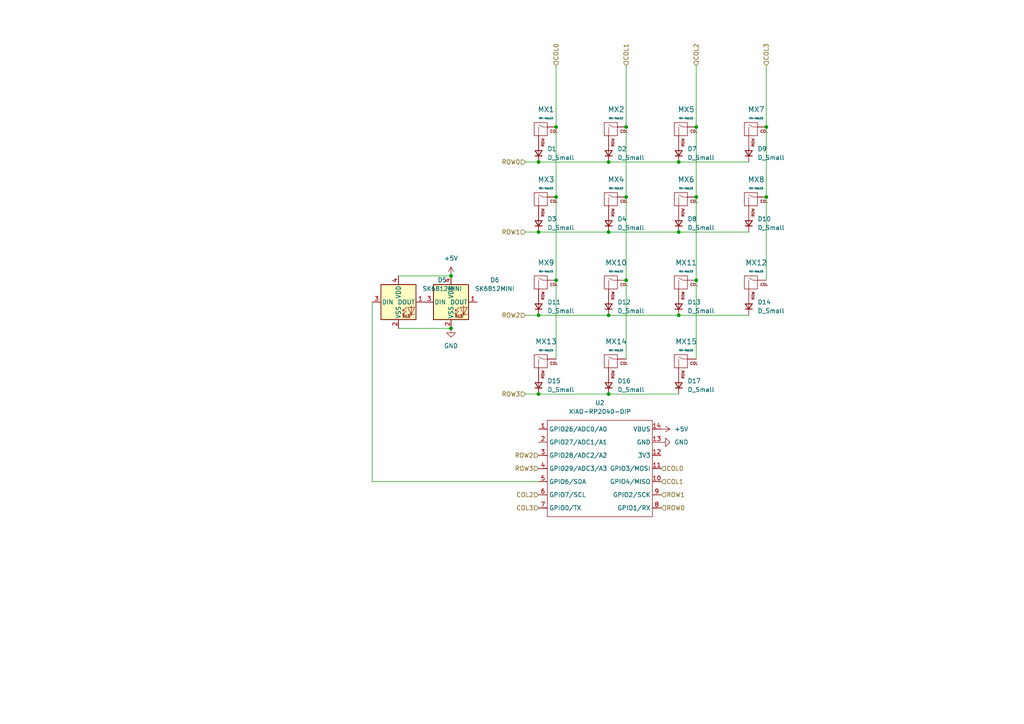
<source format=kicad_sch>
(kicad_sch (version 20250114) (generator "eeschema") (generator_version "9.0")
  (paper "A4")
  (lib_symbols
    (symbol "Device:D_Small" (pin_numbers (hide yes)) (pin_names (offset 0.254) (hide yes))
      (property "Reference" "D" (at -1.27 2.032 0))
      (property "Value" "D_Small" (at -3.81 -2.032 0))
      (symbol "D_Small_0_1"
        (polyline (pts (xy -0.762 0) (xy 0.762 0)))
        (polyline (pts (xy -0.762 -1.016) (xy -0.762 1.016)) (stroke (width 0.254)))
        (polyline (pts (xy 0.762 -1.016) (xy -0.762 0) (xy 0.762 1.016) (xy 0.762 -1.016)) (stroke (width 0.254)))
      )
      (symbol "D_Small_1_1"
        (pin passive line (at -2.54 0 0) (length 1.778) (name "K") (number "1"))
        (pin passive line (at 2.54 0 180) (length 1.778) (name "A") (number "2"))
      )
    )
    (symbol "LED:SK6812MINI" (pin_names (offset 0.254))
      (property "Reference" "D" (at 5.08 5.715 0))
      (property "Value" "SK6812MINI" (at 1.27 -5.715 0))
      (symbol "SK6812MINI_0_0"
        (text "RGB" (at 2.286 -4.191 0) (effects (font (size 0.762 0.762))))
      )
      (symbol "SK6812MINI_0_1"
        (polyline (pts (xy 1.27 -2.54) (xy 1.778 -2.54)))
        (polyline (pts (xy 1.27 -3.556) (xy 1.778 -3.556)))
        (polyline (pts (xy 2.286 -1.524) (xy 1.27 -2.54) (xy 1.27 -2.032)))
        (polyline (pts (xy 2.286 -2.54) (xy 1.27 -3.556) (xy 1.27 -3.048)))
        (polyline (pts (xy 3.683 -1.016) (xy 3.683 -3.556) (xy 3.683 -4.064)))
        (polyline (pts (xy 4.699 -1.524) (xy 2.667 -1.524) (xy 3.683 -3.556) (xy 4.699 -1.524)))
        (polyline (pts (xy 4.699 -3.556) (xy 2.667 -3.556)))
        (rectangle (start 5.08 5.08) (end -5.08 -5.08) (stroke (width 0.254)) (fill (type background)))
      )
      (symbol "SK6812MINI_1_1"
        (pin input line (at -7.62 0 0) (length 2.54) (name "DIN") (number "3"))
        (pin power_in line (at 0 7.62 270) (length 2.54) (name "VDD") (number "4"))
        (pin power_in line (at 0 -7.62 90) (length 2.54) (name "VSS") (number "2"))
        (pin output line (at 7.62 0 180) (length 2.54) (name "DOUT") (number "1"))
      )
    )
    (symbol "MXAH:MX-NoLED" (pin_names (offset 1.016))
      (property "Reference" "MX" (at -0.635 3.81 0))
      (property "Value" "MX-NoLED" (at -0.635 1.27 0))
      (symbol "MX-NoLED_0_0"
        (rectangle (start -2.54 2.54) (end 1.27 -1.27))
        (polyline (pts (xy -1.27 -1.27) (xy -1.27 1.27)) (stroke (width 0.127)))
        (polyline (pts (xy 1.27 1.27) (xy 0 1.27) (xy -1.27 1.905)) (stroke (width 0.127)))
        (text "ROW" (at 0 -1.905 900) (effects (font (size 0.762 0.762)) (justify right)))
        (text "COL" (at 3.175 0 0) (effects (font (size 0.762 0.762))))
      )
      (symbol "MX-NoLED_1_1"
        (pin passive line (at -1.27 -3.81 90) (length 2.54) (name "ROW") (number "2"))
        (pin passive line (at 3.81 1.27 180) (length 2.54) (name "COL") (number "1"))
      )
    )
    (symbol "Seeed_Studio_XIAO_Series:XIAO-RP2040-DIP"
      (property "Reference" "U" (at 0 0 0))
      (property "Value" "XIAO-RP2040-DIP" (at 5.334 -1.778 0))
      (symbol "XIAO-RP2040-DIP_1_0"
        (polyline (pts (xy -1.27 -2.54) (xy 29.21 -2.54)) (stroke (width 0.1524)))
        (polyline (pts (xy -1.27 -5.08) (xy -2.54 -5.08)) (stroke (width 0.1524)))
        (polyline (pts (xy -1.27 -5.08) (xy -1.27 -2.54)) (stroke (width 0.1524)))
        (polyline (pts (xy -1.27 -8.89) (xy -2.54 -8.89)) (stroke (width 0.1524)))
        (polyline (pts (xy -1.27 -8.89) (xy -1.27 -5.08)) (stroke (width 0.1524)))
        (polyline (pts (xy -1.27 -12.7) (xy -2.54 -12.7)) (stroke (width 0.1524)))
        (polyline (pts (xy -1.27 -12.7) (xy -1.27 -8.89)) (stroke (width 0.1524)))
        (polyline (pts (xy -1.27 -16.51) (xy -2.54 -16.51)) (stroke (width 0.1524)))
        (polyline (pts (xy -1.27 -16.51) (xy -1.27 -12.7)) (stroke (width 0.1524)))
        (polyline (pts (xy -1.27 -20.32) (xy -2.54 -20.32)) (stroke (width 0.1524)))
        (polyline (pts (xy -1.27 -24.13) (xy -2.54 -24.13)) (stroke (width 0.1524)))
        (polyline (pts (xy -1.27 -27.94) (xy -2.54 -27.94)) (stroke (width 0.1524)))
        (polyline (pts (xy -1.27 -30.48) (xy -1.27 -16.51)) (stroke (width 0.1524)))
        (polyline (pts (xy 29.21 -2.54) (xy 29.21 -5.08)) (stroke (width 0.1524)))
        (polyline (pts (xy 29.21 -5.08) (xy 29.21 -8.89)) (stroke (width 0.1524)))
        (polyline (pts (xy 29.21 -8.89) (xy 29.21 -12.7)) (stroke (width 0.1524)))
        (polyline (pts (xy 29.21 -12.7) (xy 29.21 -30.48)) (stroke (width 0.1524)))
        (polyline (pts (xy 29.21 -30.48) (xy -1.27 -30.48)) (stroke (width 0.1524)))
        (polyline (pts (xy 30.48 -5.08) (xy 29.21 -5.08)) (stroke (width 0.1524)))
        (polyline (pts (xy 30.48 -8.89) (xy 29.21 -8.89)) (stroke (width 0.1524)))
        (polyline (pts (xy 30.48 -12.7) (xy 29.21 -12.7)) (stroke (width 0.1524)))
        (polyline (pts (xy 30.48 -16.51) (xy 29.21 -16.51)) (stroke (width 0.1524)))
        (polyline (pts (xy 30.48 -20.32) (xy 29.21 -20.32)) (stroke (width 0.1524)))
        (polyline (pts (xy 30.48 -24.13) (xy 29.21 -24.13)) (stroke (width 0.1524)))
        (polyline (pts (xy 30.48 -27.94) (xy 29.21 -27.94)) (stroke (width 0.1524)))
        (pin passive line (at -3.81 -5.08 0) (length 2.54) (name "GPIO26/ADC0/A0") (number "1"))
        (pin passive line (at -3.81 -8.89 0) (length 2.54) (name "GPIO27/ADC1/A1") (number "2"))
        (pin passive line (at -3.81 -12.7 0) (length 2.54) (name "GPIO28/ADC2/A2") (number "3"))
        (pin passive line (at -3.81 -16.51 0) (length 2.54) (name "GPIO29/ADC3/A3") (number "4"))
        (pin passive line (at -3.81 -20.32 0) (length 2.54) (name "GPIO6/SDA") (number "5"))
        (pin passive line (at -3.81 -24.13 0) (length 2.54) (name "GPIO7/SCL") (number "6"))
        (pin passive line (at -3.81 -27.94 0) (length 2.54) (name "GPIO0/TX") (number "7"))
        (pin passive line (at 31.75 -5.08 180) (length 2.54) (name "VBUS") (number "14"))
        (pin passive line (at 31.75 -8.89 180) (length 2.54) (name "GND") (number "13"))
        (pin passive line (at 31.75 -12.7 180) (length 2.54) (name "3V3") (number "12"))
        (pin passive line (at 31.75 -16.51 180) (length 2.54) (name "GPIO3/MOSI") (number "11"))
        (pin passive line (at 31.75 -20.32 180) (length 2.54) (name "GPIO4/MISO") (number "10"))
        (pin passive line (at 31.75 -24.13 180) (length 2.54) (name "GPIO2/SCK") (number "9"))
        (pin passive line (at 31.75 -27.94 180) (length 2.54) (name "GPIO1/RX") (number "8"))
      )
    )
    (symbol "power:+5V" (power) (pin_numbers (hide yes)) (pin_names (offset 0) (hide yes))
      (property "Value" "+5V" (at 0 3.556 0))
      (symbol "+5V_0_1"
        (polyline (pts (xy -0.762 1.27) (xy 0 2.54)))
        (polyline (pts (xy 0 2.54) (xy 0.762 1.27)))
        (polyline (pts (xy 0 0) (xy 0 2.54)))
      )
      (symbol "+5V_1_1"
        (pin power_in line (at 0 0 90) (length 0) (name "~") (number "1"))
      )
    )
    (symbol "power:GND" (power) (pin_numbers (hide yes)) (pin_names (offset 0) (hide yes))
      (property "Value" "GND" (at 0 -3.81 0))
      (symbol "GND_0_1"
        (polyline (pts (xy 0 0) (xy 0 -1.27) (xy 1.27 -1.27) (xy 0 -2.54) (xy -1.27 -1.27) (xy 0 -1.27)))
      )
      (symbol "GND_1_1"
        (pin power_in line (at 0 0 270) (length 0) (name "~") (number "1"))
      )
    )
  )
  (junction (at 156.21 91.44))
  (junction (at 156.21 46.99))
  (junction (at 222.25 57.15))
  (junction (at 181.61 36.83))
  (junction (at 201.93 81.28))
  (junction (at 130.81 95.25))
  (junction (at 201.93 36.83))
  (junction (at 161.29 81.28))
  (junction (at 161.29 57.15))
  (junction (at 196.85 46.99))
  (junction (at 156.21 67.31))
  (junction (at 176.53 114.3))
  (junction (at 130.81 80.01))
  (junction (at 181.61 57.15))
  (junction (at 181.61 81.28))
  (junction (at 201.93 57.15))
  (junction (at 176.53 91.44))
  (junction (at 222.25 36.83))
  (junction (at 196.85 67.31))
  (junction (at 161.29 36.83))
  (junction (at 176.53 67.31))
  (junction (at 176.53 46.99))
  (junction (at 196.85 91.44))
  (junction (at 156.21 114.3))
  (wire (pts (xy 152.4 67.31) (xy 156.21 67.31)))
  (wire (pts (xy 201.93 57.15) (xy 201.93 81.28)))
  (wire (pts (xy 196.85 67.31) (xy 217.17 67.31)))
  (wire (pts (xy 201.93 19.05) (xy 201.93 36.83)))
  (wire (pts (xy 181.61 81.28) (xy 181.61 104.14)))
  (wire (pts (xy 222.25 36.83) (xy 222.25 57.15)))
  (wire (pts (xy 222.25 19.05) (xy 222.25 36.83)))
  (wire (pts (xy 156.21 114.3) (xy 176.53 114.3)))
  (wire (pts (xy 176.53 67.31) (xy 196.85 67.31)))
  (wire (pts (xy 152.4 114.3) (xy 156.21 114.3)))
  (wire (pts (xy 196.85 91.44) (xy 217.17 91.44)))
  (wire (pts (xy 196.85 46.99) (xy 217.17 46.99)))
  (wire (pts (xy 181.61 57.15) (xy 181.61 81.28)))
  (wire (pts (xy 222.25 57.15) (xy 222.25 81.28)))
  (wire (pts (xy 176.53 114.3) (xy 196.85 114.3)))
  (wire (pts (xy 152.4 91.44) (xy 156.21 91.44)))
  (wire (pts (xy 107.95 139.7) (xy 156.21 139.7)))
  (wire (pts (xy 176.53 46.99) (xy 196.85 46.99)))
  (wire (pts (xy 152.4 46.99) (xy 156.21 46.99)))
  (wire (pts (xy 181.61 36.83) (xy 181.61 57.15)))
  (wire (pts (xy 161.29 19.05) (xy 161.29 36.83)))
  (wire (pts (xy 156.21 67.31) (xy 176.53 67.31)))
  (wire (pts (xy 115.57 80.01) (xy 130.81 80.01)))
  (wire (pts (xy 107.95 87.63) (xy 107.95 139.7)))
  (wire (pts (xy 176.53 91.44) (xy 196.85 91.44)))
  (wire (pts (xy 115.57 95.25) (xy 130.81 95.25)))
  (wire (pts (xy 161.29 81.28) (xy 161.29 104.14)))
  (wire (pts (xy 201.93 36.83) (xy 201.93 57.15)))
  (wire (pts (xy 161.29 36.83) (xy 161.29 57.15)))
  (wire (pts (xy 161.29 57.15) (xy 161.29 81.28)))
  (wire (pts (xy 156.21 91.44) (xy 176.53 91.44)))
  (wire (pts (xy 181.61 19.05) (xy 181.61 36.83)))
  (wire (pts (xy 201.93 81.28) (xy 201.93 104.14)))
  (wire (pts (xy 156.21 46.99) (xy 176.53 46.99)))
  (hierarchical_label "ROW2" (shape input) (at 152.4 91.44 180))
  (hierarchical_label "ROW0" (shape input) (at 152.4 46.99 180))
  (hierarchical_label "COL2" (shape input) (at 156.21 143.51 180))
  (hierarchical_label "ROW0" (shape input) (at 191.77 147.32 0))
  (hierarchical_label "COL1" (shape input) (at 181.61 19.05 90))
  (hierarchical_label "ROW3" (shape input) (at 156.21 135.89 180))
  (hierarchical_label "COL2" (shape input) (at 201.93 19.05 90))
  (hierarchical_label "ROW3" (shape input) (at 152.4 114.3 180))
  (hierarchical_label "COL1" (shape input) (at 191.77 139.7 0))
  (hierarchical_label "COL0" (shape input) (at 191.77 135.89 0))
  (hierarchical_label "ROW2" (shape input) (at 156.21 132.08 180))
  (hierarchical_label "ROW1" (shape input) (at 152.4 67.31 180))
  (hierarchical_label "COL3" (shape input) (at 156.21 147.32 180))
  (hierarchical_label "ROW1" (shape input) (at 191.77 143.51 0))
  (hierarchical_label "COL0" (shape input) (at 161.29 19.05 90))
  (hierarchical_label "COL3" (shape input) (at 222.25 19.05 90))
  (symbol (lib_id "Device:D_Small") (at 196.85 88.9 90) (unit 1)
    (property "Reference" "D13" (at 199.39 87.6299 90) (effects (justify right)))
    (property "Value" "D_Small" (at 199.39 90.1699 90) (effects (justify right)))
    (property "Footprint" "Diode_SMD:D_SOD-123" (effects (hide yes)))
    (property "Description" "Diode, small symbol" (effects (hide yes)))
    (property "Sim.Device" "D" (effects (hide yes)))
    (property "Sim.Pins" "1=K 2=A" (effects (hide yes)))
  )
  (symbol (lib_id "Device:D_Small") (at 176.53 88.9 90) (unit 1)
    (property "Reference" "D12" (at 179.07 87.6299 90) (effects (justify right)))
    (property "Value" "D_Small" (at 179.07 90.1699 90) (effects (justify right)))
    (property "Footprint" "Diode_SMD:D_SOD-123" (effects (hide yes)))
    (property "Description" "Diode, small symbol" (effects (hide yes)))
    (property "Sim.Device" "D" (effects (hide yes)))
    (property "Sim.Pins" "1=K 2=A" (effects (hide yes)))
  )
  (symbol (lib_id "MXAH:MX-NoLED") (at 177.8 58.42 0) (unit 1)
    (property "Reference" "MX4" (at 178.6952 52.07 0) (effects (font (size 1.524 1.524))))
    (property "Value" "MX-NoLED" (at 178.6952 54.61 0) (effects (font (size 0.508 0.508))))
    (property "Footprint" "Button_Switch_Keyboard:SW_Cherry_MX_1.00u_PCB" (effects (hide yes)))
  )
  (symbol (lib_id "Device:D_Small") (at 156.21 111.76 90) (unit 1)
    (property "Reference" "D15" (at 158.75 110.4899 90) (effects (justify right)))
    (property "Value" "D_Small" (at 158.75 113.0299 90) (effects (justify right)))
    (property "Footprint" "Diode_SMD:D_SOD-123" (effects (hide yes)))
    (property "Description" "Diode, small symbol" (effects (hide yes)))
    (property "Sim.Device" "D" (effects (hide yes)))
    (property "Sim.Pins" "1=K 2=A" (effects (hide yes)))
  )
  (symbol (lib_id "MXAH:MX-NoLED") (at 218.44 38.1 0) (unit 1)
    (property "Reference" "MX7" (at 219.3352 31.75 0) (effects (font (size 1.524 1.524))))
    (property "Value" "MX-NoLED" (at 219.3352 34.29 0) (effects (font (size 0.508 0.508))))
    (property "Footprint" "Button_Switch_Keyboard:SW_Cherry_MX_1.00u_PCB" (effects (hide yes)))
  )
  (symbol (lib_id "MXAH:MX-NoLED") (at 218.44 58.42 0) (unit 1)
    (property "Reference" "MX8" (at 219.3352 52.07 0) (effects (font (size 1.524 1.524))))
    (property "Value" "MX-NoLED" (at 219.3352 54.61 0) (effects (font (size 0.508 0.508))))
    (property "Footprint" "Button_Switch_Keyboard:SW_Cherry_MX_1.00u_PCB" (effects (hide yes)))
  )
  (symbol (lib_id "MXAH:MX-NoLED") (at 177.8 38.1 0) (unit 1)
    (property "Reference" "MX2" (at 178.6952 31.75 0) (effects (font (size 1.524 1.524))))
    (property "Value" "MX-NoLED" (at 178.6952 34.29 0) (effects (font (size 0.508 0.508))))
    (property "Footprint" "Button_Switch_Keyboard:SW_Cherry_MX_1.00u_PCB" (effects (hide yes)))
  )
  (symbol (lib_id "MXAH:MX-NoLED") (at 177.8 105.41 0) (unit 1)
    (property "Reference" "MX14" (at 178.6952 99.06 0) (effects (font (size 1.524 1.524))))
    (property "Value" "MX-NoLED" (at 178.6952 101.6 0) (effects (font (size 0.508 0.508))))
    (property "Footprint" "Button_Switch_Keyboard:SW_Cherry_MX_1.00u_PCB" (effects (hide yes)))
  )
  (symbol (lib_id "Device:D_Small") (at 176.53 111.76 90) (unit 1)
    (property "Reference" "D16" (at 179.07 110.4899 90) (effects (justify right)))
    (property "Value" "D_Small" (at 179.07 113.0299 90) (effects (justify right)))
    (property "Footprint" "Diode_SMD:D_SOD-123" (effects (hide yes)))
    (property "Description" "Diode, small symbol" (effects (hide yes)))
    (property "Sim.Device" "D" (effects (hide yes)))
    (property "Sim.Pins" "1=K 2=A" (effects (hide yes)))
  )
  (symbol (lib_id "Device:D_Small") (at 217.17 88.9 90) (unit 1)
    (property "Reference" "D14" (at 219.71 87.6299 90) (effects (justify right)))
    (property "Value" "D_Small" (at 219.71 90.1699 90) (effects (justify right)))
    (property "Footprint" "Diode_SMD:D_SOD-123" (effects (hide yes)))
    (property "Description" "Diode, small symbol" (effects (hide yes)))
    (property "Sim.Device" "D" (effects (hide yes)))
    (property "Sim.Pins" "1=K 2=A" (effects (hide yes)))
  )
  (symbol (lib_id "power:+5V") (at 130.81 80.01 0) (unit 1)
    (property "Reference" "#PWR01" (effects (hide yes)))
    (property "Value" "+5V" (at 130.81 74.93 0))
    (property "Description" "Power symbol creates a global label with name \"+5V\"" (effects (hide yes)))
  )
  (symbol (lib_id "power:GND") (at 130.81 95.25 0) (unit 1)
    (property "Reference" "#PWR02" (effects (hide yes)))
    (property "Value" "GND" (at 130.81 100.33 0))
    (property "Description" "Power symbol creates a global label with name \"GND\" , ground" (effects (hide yes)))
  )
  (symbol (lib_id "MXAH:MX-NoLED") (at 157.48 38.1 0) (unit 1)
    (property "Reference" "MX1" (at 158.3752 31.75 0) (effects (font (size 1.524 1.524))))
    (property "Value" "MX-NoLED" (at 158.3752 34.29 0) (effects (font (size 0.508 0.508))))
    (property "Footprint" "Button_Switch_Keyboard:SW_Cherry_MX_1.00u_PCB" (effects (hide yes)))
  )
  (symbol (lib_id "Device:D_Small") (at 196.85 44.45 90) (unit 1)
    (property "Reference" "D7" (at 199.39 43.1799 90) (effects (justify right)))
    (property "Value" "D_Small" (at 199.39 45.7199 90) (effects (justify right)))
    (property "Footprint" "Diode_SMD:D_SOD-123" (effects (hide yes)))
    (property "Description" "Diode, small symbol" (effects (hide yes)))
    (property "Sim.Device" "D" (effects (hide yes)))
    (property "Sim.Pins" "1=K 2=A" (effects (hide yes)))
  )
  (symbol (lib_id "MXAH:MX-NoLED") (at 157.48 58.42 0) (unit 1)
    (property "Reference" "MX3" (at 158.3752 52.07 0) (effects (font (size 1.524 1.524))))
    (property "Value" "MX-NoLED" (at 158.3752 54.61 0) (effects (font (size 0.508 0.508))))
    (property "Footprint" "Button_Switch_Keyboard:SW_Cherry_MX_1.00u_PCB" (effects (hide yes)))
  )
  (symbol (lib_id "LED:SK6812MINI") (at 130.81 87.63 0) (unit 1)
    (property "Reference" "D6" (at 143.51 81.2098 0))
    (property "Value" "SK6812MINI" (at 143.51 83.7498 0))
    (property "Footprint" "LED_SMD:LED_SK6812MINI_PLCC4_3.5x3.5mm_P1.75mm" (effects (hide yes)))
    (property "Datasheet" "https://cdn-shop.adafruit.com/product-files/2686/SK6812MINI_REV.01-1-2.pdf" (effects (hide yes)))
    (property "Description" "RGB LED with integrated controller" (effects (hide yes)))
  )
  (symbol (lib_id "Device:D_Small") (at 176.53 44.45 90) (unit 1)
    (property "Reference" "D2" (at 179.07 43.1799 90) (effects (justify right)))
    (property "Value" "D_Small" (at 179.07 45.7199 90) (effects (justify right)))
    (property "Footprint" "Diode_SMD:D_SOD-123" (effects (hide yes)))
    (property "Description" "Diode, small symbol" (effects (hide yes)))
    (property "Sim.Device" "D" (effects (hide yes)))
    (property "Sim.Pins" "1=K 2=A" (effects (hide yes)))
  )
  (symbol (lib_id "MXAH:MX-NoLED") (at 198.12 58.42 0) (unit 1)
    (property "Reference" "MX6" (at 199.0152 52.07 0) (effects (font (size 1.524 1.524))))
    (property "Value" "MX-NoLED" (at 199.0152 54.61 0) (effects (font (size 0.508 0.508))))
    (property "Footprint" "Button_Switch_Keyboard:SW_Cherry_MX_1.00u_PCB" (effects (hide yes)))
  )
  (symbol (lib_id "MXAH:MX-NoLED") (at 198.12 38.1 0) (unit 1)
    (property "Reference" "MX5" (at 199.0152 31.75 0) (effects (font (size 1.524 1.524))))
    (property "Value" "MX-NoLED" (at 199.0152 34.29 0) (effects (font (size 0.508 0.508))))
    (property "Footprint" "Button_Switch_Keyboard:SW_Cherry_MX_1.00u_PCB" (effects (hide yes)))
  )
  (symbol (lib_id "Seeed_Studio_XIAO_Series:XIAO-RP2040-DIP") (at 160.02 119.38 0) (unit 1)
    (property "Reference" "U2" (at 173.99 116.84 0))
    (property "Value" "XIAO-RP2040-DIP" (at 173.99 119.38 0))
    (property "Footprint" "OPL:XIAO-RP2040-DIP" (effects (hide yes)))
  )
  (symbol (lib_id "Device:D_Small") (at 176.53 64.77 90) (unit 1)
    (property "Reference" "D4" (at 179.07 63.4999 90) (effects (justify right)))
    (property "Value" "D_Small" (at 179.07 66.0399 90) (effects (justify right)))
    (property "Footprint" "Diode_SMD:D_SOD-123" (effects (hide yes)))
    (property "Description" "Diode, small symbol" (effects (hide yes)))
    (property "Sim.Device" "D" (effects (hide yes)))
    (property "Sim.Pins" "1=K 2=A" (effects (hide yes)))
  )
  (symbol (lib_id "Device:D_Small") (at 156.21 44.45 90) (unit 1)
    (property "Reference" "D1" (at 158.75 43.1799 90) (effects (justify right)))
    (property "Value" "D_Small" (at 158.75 45.7199 90) (effects (justify right)))
    (property "Footprint" "Diode_SMD:D_SOD-123" (effects (hide yes)))
    (property "Description" "Diode, small symbol" (effects (hide yes)))
    (property "Sim.Device" "D" (effects (hide yes)))
    (property "Sim.Pins" "1=K 2=A" (effects (hide yes)))
  )
  (symbol (lib_id "LED:SK6812MINI") (at 115.57 87.63 0) (unit 1)
    (property "Reference" "D5" (at 128.27 81.2098 0))
    (property "Value" "SK6812MINI" (at 128.27 83.7498 0))
    (property "Footprint" "LED_SMD:LED_SK6812MINI_PLCC4_3.5x3.5mm_P1.75mm" (effects (hide yes)))
    (property "Datasheet" "https://cdn-shop.adafruit.com/product-files/2686/SK6812MINI_REV.01-1-2.pdf" (effects (hide yes)))
    (property "Description" "RGB LED with integrated controller" (effects (hide yes)))
  )
  (symbol (lib_id "Device:D_Small") (at 156.21 64.77 90) (unit 1)
    (property "Reference" "D3" (at 158.75 63.4999 90) (effects (justify right)))
    (property "Value" "D_Small" (at 158.75 66.0399 90) (effects (justify right)))
    (property "Footprint" "Diode_SMD:D_SOD-123" (effects (hide yes)))
    (property "Description" "Diode, small symbol" (effects (hide yes)))
    (property "Sim.Device" "D" (effects (hide yes)))
    (property "Sim.Pins" "1=K 2=A" (effects (hide yes)))
  )
  (symbol (lib_id "power:+5V") (at 191.77 124.46 270) (unit 1)
    (property "Reference" "#PWR014" (effects (hide yes)))
    (property "Value" "+5V" (at 195.58 124.4599 90) (effects (justify left)))
    (property "Description" "Power symbol creates a global label with name \"+5V\"" (effects (hide yes)))
  )
  (symbol (lib_id "Device:D_Small") (at 217.17 44.45 90) (unit 1)
    (property "Reference" "D9" (at 219.71 43.1799 90) (effects (justify right)))
    (property "Value" "D_Small" (at 219.71 45.7199 90) (effects (justify right)))
    (property "Footprint" "Diode_SMD:D_SOD-123" (effects (hide yes)))
    (property "Description" "Diode, small symbol" (effects (hide yes)))
    (property "Sim.Device" "D" (effects (hide yes)))
    (property "Sim.Pins" "1=K 2=A" (effects (hide yes)))
  )
  (symbol (lib_id "Device:D_Small") (at 196.85 111.76 90) (unit 1)
    (property "Reference" "D17" (at 199.39 110.4899 90) (effects (justify right)))
    (property "Value" "D_Small" (at 199.39 113.0299 90) (effects (justify right)))
    (property "Footprint" "Diode_SMD:D_SOD-123" (effects (hide yes)))
    (property "Description" "Diode, small symbol" (effects (hide yes)))
    (property "Sim.Device" "D" (effects (hide yes)))
    (property "Sim.Pins" "1=K 2=A" (effects (hide yes)))
  )
  (symbol (lib_id "Device:D_Small") (at 156.21 88.9 90) (unit 1)
    (property "Reference" "D11" (at 158.75 87.6299 90) (effects (justify right)))
    (property "Value" "D_Small" (at 158.75 90.1699 90) (effects (justify right)))
    (property "Footprint" "Diode_SMD:D_SOD-123" (effects (hide yes)))
    (property "Description" "Diode, small symbol" (effects (hide yes)))
    (property "Sim.Device" "D" (effects (hide yes)))
    (property "Sim.Pins" "1=K 2=A" (effects (hide yes)))
  )
  (symbol (lib_id "Device:D_Small") (at 217.17 64.77 90) (unit 1)
    (property "Reference" "D10" (at 219.71 63.4999 90) (effects (justify right)))
    (property "Value" "D_Small" (at 219.71 66.0399 90) (effects (justify right)))
    (property "Footprint" "Diode_SMD:D_SOD-123" (effects (hide yes)))
    (property "Description" "Diode, small symbol" (effects (hide yes)))
    (property "Sim.Device" "D" (effects (hide yes)))
    (property "Sim.Pins" "1=K 2=A" (effects (hide yes)))
  )
  (symbol (lib_id "MXAH:MX-NoLED") (at 198.12 105.41 0) (unit 1)
    (property "Reference" "MX15" (at 199.0152 99.06 0) (effects (font (size 1.524 1.524))))
    (property "Value" "MX-NoLED" (at 199.0152 101.6 0) (effects (font (size 0.508 0.508))))
    (property "Footprint" "Button_Switch_Keyboard:SW_Cherry_MX_1.00u_PCB" (effects (hide yes)))
  )
  (symbol (lib_id "MXAH:MX-NoLED") (at 157.48 82.55 0) (unit 1)
    (property "Reference" "MX9" (at 158.3752 76.2 0) (effects (font (size 1.524 1.524))))
    (property "Value" "MX-NoLED" (at 158.3752 78.74 0) (effects (font (size 0.508 0.508))))
    (property "Footprint" "Button_Switch_Keyboard:SW_Cherry_MX_1.00u_PCB" (effects (hide yes)))
  )
  (symbol (lib_id "MXAH:MX-NoLED") (at 198.12 82.55 0) (unit 1)
    (property "Reference" "MX11" (at 199.0152 76.2 0) (effects (font (size 1.524 1.524))))
    (property "Value" "MX-NoLED" (at 199.0152 78.74 0) (effects (font (size 0.508 0.508))))
    (property "Footprint" "Button_Switch_Keyboard:SW_Cherry_MX_1.00u_PCB" (effects (hide yes)))
  )
  (symbol (lib_id "MXAH:MX-NoLED") (at 157.48 105.41 0) (unit 1)
    (property "Reference" "MX13" (at 158.3752 99.06 0) (effects (font (size 1.524 1.524))))
    (property "Value" "MX-NoLED" (at 158.3752 101.6 0) (effects (font (size 0.508 0.508))))
    (property "Footprint" "Button_Switch_Keyboard:SW_Cherry_MX_1.00u_PCB" (effects (hide yes)))
  )
  (symbol (lib_id "Device:D_Small") (at 196.85 64.77 90) (unit 1)
    (property "Reference" "D8" (at 199.39 63.4999 90) (effects (justify right)))
    (property "Value" "D_Small" (at 199.39 66.0399 90) (effects (justify right)))
    (property "Footprint" "Diode_SMD:D_SOD-123" (effects (hide yes)))
    (property "Description" "Diode, small symbol" (effects (hide yes)))
    (property "Sim.Device" "D" (effects (hide yes)))
    (property "Sim.Pins" "1=K 2=A" (effects (hide yes)))
  )
  (symbol (lib_id "MXAH:MX-NoLED") (at 218.44 82.55 0) (unit 1)
    (property "Reference" "MX12" (at 219.3352 76.2 0) (effects (font (size 1.524 1.524))))
    (property "Value" "MX-NoLED" (at 219.3352 78.74 0) (effects (font (size 0.508 0.508))))
    (property "Footprint" "Button_Switch_Keyboard:SW_Cherry_MX_1.00u_PCB" (effects (hide yes)))
  )
  (symbol (lib_id "MXAH:MX-NoLED") (at 177.8 82.55 0) (unit 1)
    (property "Reference" "MX10" (at 178.6952 76.2 0) (effects (font (size 1.524 1.524))))
    (property "Value" "MX-NoLED" (at 178.6952 78.74 0) (effects (font (size 0.508 0.508))))
    (property "Footprint" "Button_Switch_Keyboard:SW_Cherry_MX_1.00u_PCB" (effects (hide yes)))
  )
  (symbol (lib_id "power:GND") (at 191.77 128.27 90) (unit 1)
    (property "Reference" "#PWR015" (effects (hide yes)))
    (property "Value" "GND" (at 195.58 128.2699 90) (effects (justify right)))
    (property "Description" "Power symbol creates a global label with name \"GND\" , ground" (effects (hide yes)))
  )
)
</source>
